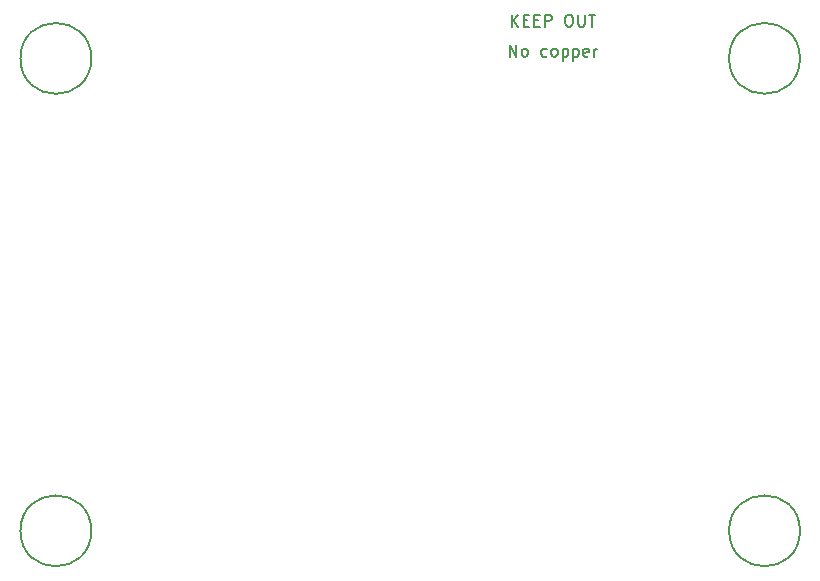
<source format=gbr>
%TF.GenerationSoftware,KiCad,Pcbnew,8.0.4-8.0.4-0~ubuntu22.04.1*%
%TF.CreationDate,2024-08-18T10:29:15-05:00*%
%TF.ProjectId,Doorbell with External ESP8266,446f6f72-6265-46c6-9c20-776974682045,v1.1*%
%TF.SameCoordinates,Original*%
%TF.FileFunction,Other,Comment*%
%FSLAX46Y46*%
G04 Gerber Fmt 4.6, Leading zero omitted, Abs format (unit mm)*
G04 Created by KiCad (PCBNEW 8.0.4-8.0.4-0~ubuntu22.04.1) date 2024-08-18 10:29:15*
%MOMM*%
%LPD*%
G01*
G04 APERTURE LIST*
%ADD10C,0.150000*%
G04 APERTURE END LIST*
D10*
X63593809Y-22304819D02*
X63593809Y-21304819D01*
X64165237Y-22304819D02*
X63736666Y-21733390D01*
X64165237Y-21304819D02*
X63593809Y-21876247D01*
X64593809Y-21781009D02*
X64927142Y-21781009D01*
X65069999Y-22304819D02*
X64593809Y-22304819D01*
X64593809Y-22304819D02*
X64593809Y-21304819D01*
X64593809Y-21304819D02*
X65069999Y-21304819D01*
X65498571Y-21781009D02*
X65831904Y-21781009D01*
X65974761Y-22304819D02*
X65498571Y-22304819D01*
X65498571Y-22304819D02*
X65498571Y-21304819D01*
X65498571Y-21304819D02*
X65974761Y-21304819D01*
X66403333Y-22304819D02*
X66403333Y-21304819D01*
X66403333Y-21304819D02*
X66784285Y-21304819D01*
X66784285Y-21304819D02*
X66879523Y-21352438D01*
X66879523Y-21352438D02*
X66927142Y-21400057D01*
X66927142Y-21400057D02*
X66974761Y-21495295D01*
X66974761Y-21495295D02*
X66974761Y-21638152D01*
X66974761Y-21638152D02*
X66927142Y-21733390D01*
X66927142Y-21733390D02*
X66879523Y-21781009D01*
X66879523Y-21781009D02*
X66784285Y-21828628D01*
X66784285Y-21828628D02*
X66403333Y-21828628D01*
X68355714Y-21304819D02*
X68546190Y-21304819D01*
X68546190Y-21304819D02*
X68641428Y-21352438D01*
X68641428Y-21352438D02*
X68736666Y-21447676D01*
X68736666Y-21447676D02*
X68784285Y-21638152D01*
X68784285Y-21638152D02*
X68784285Y-21971485D01*
X68784285Y-21971485D02*
X68736666Y-22161961D01*
X68736666Y-22161961D02*
X68641428Y-22257200D01*
X68641428Y-22257200D02*
X68546190Y-22304819D01*
X68546190Y-22304819D02*
X68355714Y-22304819D01*
X68355714Y-22304819D02*
X68260476Y-22257200D01*
X68260476Y-22257200D02*
X68165238Y-22161961D01*
X68165238Y-22161961D02*
X68117619Y-21971485D01*
X68117619Y-21971485D02*
X68117619Y-21638152D01*
X68117619Y-21638152D02*
X68165238Y-21447676D01*
X68165238Y-21447676D02*
X68260476Y-21352438D01*
X68260476Y-21352438D02*
X68355714Y-21304819D01*
X69212857Y-21304819D02*
X69212857Y-22114342D01*
X69212857Y-22114342D02*
X69260476Y-22209580D01*
X69260476Y-22209580D02*
X69308095Y-22257200D01*
X69308095Y-22257200D02*
X69403333Y-22304819D01*
X69403333Y-22304819D02*
X69593809Y-22304819D01*
X69593809Y-22304819D02*
X69689047Y-22257200D01*
X69689047Y-22257200D02*
X69736666Y-22209580D01*
X69736666Y-22209580D02*
X69784285Y-22114342D01*
X69784285Y-22114342D02*
X69784285Y-21304819D01*
X70117619Y-21304819D02*
X70689047Y-21304819D01*
X70403333Y-22304819D02*
X70403333Y-21304819D01*
X63427142Y-24844819D02*
X63427142Y-23844819D01*
X63427142Y-23844819D02*
X63998570Y-24844819D01*
X63998570Y-24844819D02*
X63998570Y-23844819D01*
X64617618Y-24844819D02*
X64522380Y-24797200D01*
X64522380Y-24797200D02*
X64474761Y-24749580D01*
X64474761Y-24749580D02*
X64427142Y-24654342D01*
X64427142Y-24654342D02*
X64427142Y-24368628D01*
X64427142Y-24368628D02*
X64474761Y-24273390D01*
X64474761Y-24273390D02*
X64522380Y-24225771D01*
X64522380Y-24225771D02*
X64617618Y-24178152D01*
X64617618Y-24178152D02*
X64760475Y-24178152D01*
X64760475Y-24178152D02*
X64855713Y-24225771D01*
X64855713Y-24225771D02*
X64903332Y-24273390D01*
X64903332Y-24273390D02*
X64950951Y-24368628D01*
X64950951Y-24368628D02*
X64950951Y-24654342D01*
X64950951Y-24654342D02*
X64903332Y-24749580D01*
X64903332Y-24749580D02*
X64855713Y-24797200D01*
X64855713Y-24797200D02*
X64760475Y-24844819D01*
X64760475Y-24844819D02*
X64617618Y-24844819D01*
X66569999Y-24797200D02*
X66474761Y-24844819D01*
X66474761Y-24844819D02*
X66284285Y-24844819D01*
X66284285Y-24844819D02*
X66189047Y-24797200D01*
X66189047Y-24797200D02*
X66141428Y-24749580D01*
X66141428Y-24749580D02*
X66093809Y-24654342D01*
X66093809Y-24654342D02*
X66093809Y-24368628D01*
X66093809Y-24368628D02*
X66141428Y-24273390D01*
X66141428Y-24273390D02*
X66189047Y-24225771D01*
X66189047Y-24225771D02*
X66284285Y-24178152D01*
X66284285Y-24178152D02*
X66474761Y-24178152D01*
X66474761Y-24178152D02*
X66569999Y-24225771D01*
X67141428Y-24844819D02*
X67046190Y-24797200D01*
X67046190Y-24797200D02*
X66998571Y-24749580D01*
X66998571Y-24749580D02*
X66950952Y-24654342D01*
X66950952Y-24654342D02*
X66950952Y-24368628D01*
X66950952Y-24368628D02*
X66998571Y-24273390D01*
X66998571Y-24273390D02*
X67046190Y-24225771D01*
X67046190Y-24225771D02*
X67141428Y-24178152D01*
X67141428Y-24178152D02*
X67284285Y-24178152D01*
X67284285Y-24178152D02*
X67379523Y-24225771D01*
X67379523Y-24225771D02*
X67427142Y-24273390D01*
X67427142Y-24273390D02*
X67474761Y-24368628D01*
X67474761Y-24368628D02*
X67474761Y-24654342D01*
X67474761Y-24654342D02*
X67427142Y-24749580D01*
X67427142Y-24749580D02*
X67379523Y-24797200D01*
X67379523Y-24797200D02*
X67284285Y-24844819D01*
X67284285Y-24844819D02*
X67141428Y-24844819D01*
X67903333Y-24178152D02*
X67903333Y-25178152D01*
X67903333Y-24225771D02*
X67998571Y-24178152D01*
X67998571Y-24178152D02*
X68189047Y-24178152D01*
X68189047Y-24178152D02*
X68284285Y-24225771D01*
X68284285Y-24225771D02*
X68331904Y-24273390D01*
X68331904Y-24273390D02*
X68379523Y-24368628D01*
X68379523Y-24368628D02*
X68379523Y-24654342D01*
X68379523Y-24654342D02*
X68331904Y-24749580D01*
X68331904Y-24749580D02*
X68284285Y-24797200D01*
X68284285Y-24797200D02*
X68189047Y-24844819D01*
X68189047Y-24844819D02*
X67998571Y-24844819D01*
X67998571Y-24844819D02*
X67903333Y-24797200D01*
X68808095Y-24178152D02*
X68808095Y-25178152D01*
X68808095Y-24225771D02*
X68903333Y-24178152D01*
X68903333Y-24178152D02*
X69093809Y-24178152D01*
X69093809Y-24178152D02*
X69189047Y-24225771D01*
X69189047Y-24225771D02*
X69236666Y-24273390D01*
X69236666Y-24273390D02*
X69284285Y-24368628D01*
X69284285Y-24368628D02*
X69284285Y-24654342D01*
X69284285Y-24654342D02*
X69236666Y-24749580D01*
X69236666Y-24749580D02*
X69189047Y-24797200D01*
X69189047Y-24797200D02*
X69093809Y-24844819D01*
X69093809Y-24844819D02*
X68903333Y-24844819D01*
X68903333Y-24844819D02*
X68808095Y-24797200D01*
X70093809Y-24797200D02*
X69998571Y-24844819D01*
X69998571Y-24844819D02*
X69808095Y-24844819D01*
X69808095Y-24844819D02*
X69712857Y-24797200D01*
X69712857Y-24797200D02*
X69665238Y-24701961D01*
X69665238Y-24701961D02*
X69665238Y-24321009D01*
X69665238Y-24321009D02*
X69712857Y-24225771D01*
X69712857Y-24225771D02*
X69808095Y-24178152D01*
X69808095Y-24178152D02*
X69998571Y-24178152D01*
X69998571Y-24178152D02*
X70093809Y-24225771D01*
X70093809Y-24225771D02*
X70141428Y-24321009D01*
X70141428Y-24321009D02*
X70141428Y-24416247D01*
X70141428Y-24416247D02*
X69665238Y-24511485D01*
X70570000Y-24844819D02*
X70570000Y-24178152D01*
X70570000Y-24368628D02*
X70617619Y-24273390D01*
X70617619Y-24273390D02*
X70665238Y-24225771D01*
X70665238Y-24225771D02*
X70760476Y-24178152D01*
X70760476Y-24178152D02*
X70855714Y-24178152D01*
%TO.C,H104*%
X88000000Y-65000000D02*
G75*
G02*
X82000000Y-65000000I-3000000J0D01*
G01*
X82000000Y-65000000D02*
G75*
G02*
X88000000Y-65000000I3000000J0D01*
G01*
%TO.C,H102*%
X88000000Y-25000000D02*
G75*
G02*
X82000000Y-25000000I-3000000J0D01*
G01*
X82000000Y-25000000D02*
G75*
G02*
X88000000Y-25000000I3000000J0D01*
G01*
%TO.C,H101*%
X28000000Y-25000000D02*
G75*
G02*
X22000000Y-25000000I-3000000J0D01*
G01*
X22000000Y-25000000D02*
G75*
G02*
X28000000Y-25000000I3000000J0D01*
G01*
%TO.C,H103*%
X28000000Y-65000000D02*
G75*
G02*
X22000000Y-65000000I-3000000J0D01*
G01*
X22000000Y-65000000D02*
G75*
G02*
X28000000Y-65000000I3000000J0D01*
G01*
%TD*%
M02*

</source>
